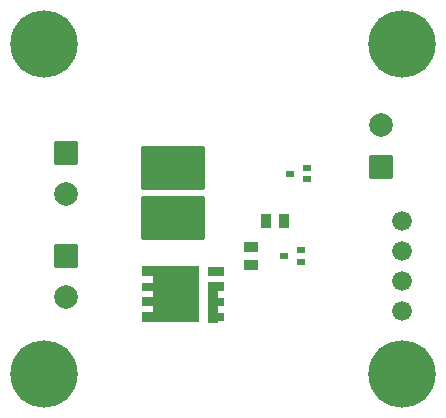
<source format=gbr>
%TF.GenerationSoftware,KiCad,Pcbnew,8.0.3*%
%TF.CreationDate,2024-09-01T12:25:55-04:00*%
%TF.ProjectId,Cradle_Rocker_Board_RV01,43726164-6c65-45f5-926f-636b65725f42,rev?*%
%TF.SameCoordinates,Original*%
%TF.FileFunction,Soldermask,Top*%
%TF.FilePolarity,Negative*%
%FSLAX46Y46*%
G04 Gerber Fmt 4.6, Leading zero omitted, Abs format (unit mm)*
G04 Created by KiCad (PCBNEW 8.0.3) date 2024-09-01 12:25:55*
%MOMM*%
%LPD*%
G01*
G04 APERTURE LIST*
G04 Aperture macros list*
%AMRoundRect*
0 Rectangle with rounded corners*
0 $1 Rounding radius*
0 $2 $3 $4 $5 $6 $7 $8 $9 X,Y pos of 4 corners*
0 Add a 4 corners polygon primitive as box body*
4,1,4,$2,$3,$4,$5,$6,$7,$8,$9,$2,$3,0*
0 Add four circle primitives for the rounded corners*
1,1,$1+$1,$2,$3*
1,1,$1+$1,$4,$5*
1,1,$1+$1,$6,$7*
1,1,$1+$1,$8,$9*
0 Add four rect primitives between the rounded corners*
20,1,$1+$1,$2,$3,$4,$5,0*
20,1,$1+$1,$4,$5,$6,$7,0*
20,1,$1+$1,$6,$7,$8,$9,0*
20,1,$1+$1,$8,$9,$2,$3,0*%
G04 Aperture macros list end*
%ADD10C,0.000100*%
%ADD11C,5.700000*%
%ADD12RoundRect,0.050000X0.325000X-0.230000X0.325000X0.230000X-0.325000X0.230000X-0.325000X-0.230000X0*%
%ADD13RoundRect,0.050000X-0.415000X-0.505000X0.415000X-0.505000X0.415000X0.505000X-0.415000X0.505000X0*%
%ADD14C,1.674800*%
%ADD15RoundRect,0.102000X-0.900000X0.900000X-0.900000X-0.900000X0.900000X-0.900000X0.900000X0.900000X0*%
%ADD16C,2.004000*%
%ADD17RoundRect,0.050000X-0.505000X0.415000X-0.505000X-0.415000X0.505000X-0.415000X0.505000X0.415000X0*%
%ADD18RoundRect,0.102000X0.900000X-0.900000X0.900000X0.900000X-0.900000X0.900000X-0.900000X-0.900000X0*%
%ADD19RoundRect,0.050000X-2.665000X1.815000X-2.665000X-1.815000X2.665000X-1.815000X2.665000X1.815000X0*%
G04 APERTURE END LIST*
D10*
%TO.C,Q1*%
X211150000Y-85595000D02*
X209850000Y-85595000D01*
X209850000Y-84920000D01*
X211150000Y-84920000D01*
X211150000Y-85595000D01*
G36*
X211150000Y-85595000D02*
G01*
X209850000Y-85595000D01*
X209850000Y-84920000D01*
X211150000Y-84920000D01*
X211150000Y-85595000D01*
G37*
X211150000Y-86830000D02*
X210600000Y-86830000D01*
X210600000Y-87500000D01*
X211150000Y-87500000D01*
X211150000Y-88100000D01*
X210600000Y-88100000D01*
X210600000Y-88770000D01*
X211150000Y-88770000D01*
X211150000Y-89370000D01*
X210600000Y-89370000D01*
X210600000Y-89570000D01*
X209850000Y-89570000D01*
X209850000Y-86180000D01*
X211150000Y-86180000D01*
X211150000Y-86830000D01*
G36*
X211150000Y-86830000D02*
G01*
X210600000Y-86830000D01*
X210600000Y-87500000D01*
X211150000Y-87500000D01*
X211150000Y-88100000D01*
X210600000Y-88100000D01*
X210600000Y-88770000D01*
X211150000Y-88770000D01*
X211150000Y-89370000D01*
X210600000Y-89370000D01*
X210600000Y-89570000D01*
X209850000Y-89570000D01*
X209850000Y-86180000D01*
X211150000Y-86180000D01*
X211150000Y-86830000D01*
G37*
X209050000Y-89470000D02*
X204300000Y-89470000D01*
X204300000Y-88720000D01*
X205200000Y-88720000D01*
X205200000Y-88150000D01*
X204300000Y-88150000D01*
X204300000Y-87450000D01*
X205200000Y-87450000D01*
X205200000Y-86880000D01*
X204300000Y-86880000D01*
X204300000Y-86230000D01*
X205200000Y-86230000D01*
X205200000Y-85610000D01*
X204300000Y-85610000D01*
X204300000Y-84860000D01*
X209050000Y-84860000D01*
X209050000Y-89470000D01*
G36*
X209050000Y-89470000D02*
G01*
X204300000Y-89470000D01*
X204300000Y-88720000D01*
X205200000Y-88720000D01*
X205200000Y-88150000D01*
X204300000Y-88150000D01*
X204300000Y-87450000D01*
X205200000Y-87450000D01*
X205200000Y-86880000D01*
X204300000Y-86880000D01*
X204300000Y-86230000D01*
X205200000Y-86230000D01*
X205200000Y-85610000D01*
X204300000Y-85610000D01*
X204300000Y-84860000D01*
X209050000Y-84860000D01*
X209050000Y-89470000D01*
G37*
%TD*%
D11*
%TO.C,H1*%
X196000000Y-66000000D03*
%TD*%
D12*
%TO.C,Q3*%
X218250000Y-77499998D03*
X218250000Y-76500000D03*
X216827600Y-76999999D03*
%TD*%
D13*
%TO.C,R3*%
X214780000Y-81000000D03*
X216300000Y-81000000D03*
%TD*%
D14*
%TO.C,J3*%
X226247150Y-81000000D03*
X226247150Y-83540000D03*
X226247150Y-86080000D03*
X226247150Y-88620000D03*
%TD*%
D15*
%TO.C,J2*%
X197800000Y-83960117D03*
D16*
X197800000Y-87460117D03*
%TD*%
D17*
%TO.C,R2*%
X213500000Y-83240000D03*
X213500000Y-84760000D03*
%TD*%
D12*
%TO.C,Q2*%
X217700000Y-84499998D03*
X217700000Y-83500000D03*
X216277600Y-83999999D03*
%TD*%
D15*
%TO.C,J1*%
X197825000Y-75215000D03*
D16*
X197825000Y-78715000D03*
%TD*%
D11*
%TO.C,H3*%
X196000000Y-94000000D03*
%TD*%
D18*
%TO.C,J4*%
X224522150Y-76402600D03*
D16*
X224522150Y-72902600D03*
%TD*%
D11*
%TO.C,H2*%
X226247150Y-66000000D03*
%TD*%
%TO.C,H4*%
X226247150Y-94000000D03*
%TD*%
D19*
%TO.C,R1*%
X206900000Y-76560000D03*
X206900000Y-80800000D03*
%TD*%
M02*

</source>
